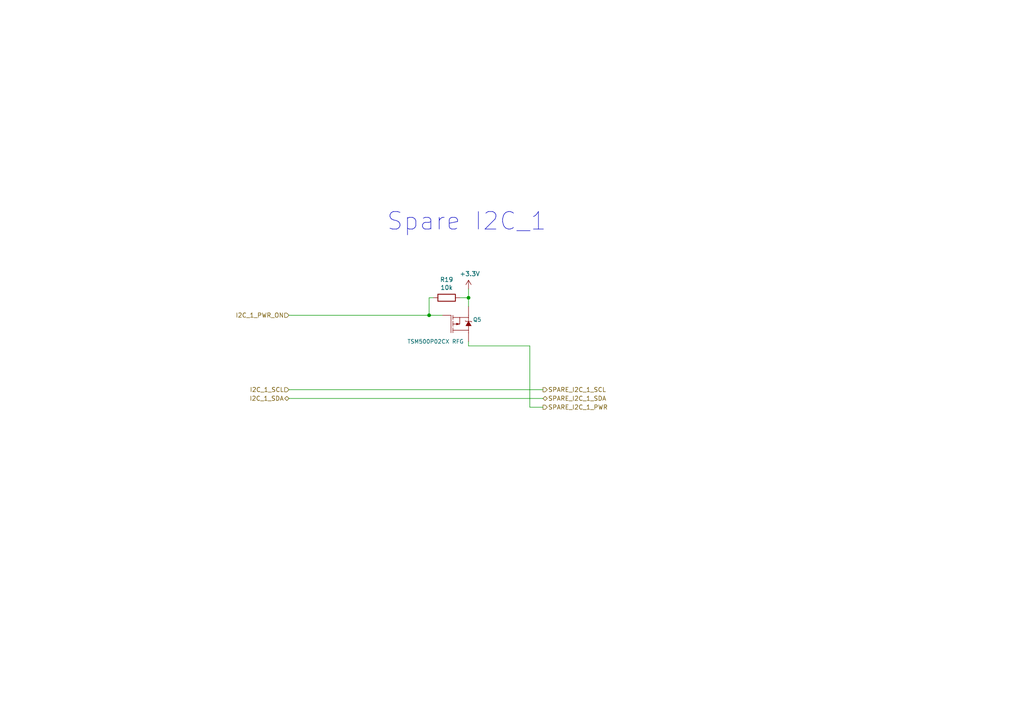
<source format=kicad_sch>
(kicad_sch (version 20211123) (generator eeschema)
  (paper "A4")
  (title_block (title "LCP Controller ") (date "2022-12-19") (rev "0.3") (company "NOAA Pacific Marine Environmental Laboratory") (comment 3 "Current design modified by: Basharat Basharat") (comment 4 "Current design by: Matt Casari") (comment 5 "Current design modified by: Basharat Martin"))
  (lib_symbols
    (symbol "Device:R" (pin_numbers hide) (pin_names (offset 0))
      (property "Reference" "R" (at 2.032 0 90))
      (property "Value" "R" (at 0 0 90))
      (symbol "R_0_1"
        (rectangle (start -1.016 -2.54) (end 1.016 2.54) (stroke (width 0.254)))
      )
      (symbol "R_1_1"
        (pin passive line (at 0 3.81 270) (length 1.27) (name "~") (number "1"))
        (pin passive line (at 0 -3.81 90) (length 1.27) (name "~") (number "2"))
      )
    )
    (symbol "SparkFun-DiscreteSemi:MOSFET_PCH-DMG2307L" (pin_numbers hide) (pin_names (offset 1.016) hide)
      (property "Reference" "Q" (at 3.81 3.81 0))
      (property "Value" "MOSFET_PCH-DMG2307L" (at 3.81 -5.08 0))
      (property "Field4" "TRANS-11308" (at 0 7.62 0))
      (symbol "MOSFET_PCH-DMG2307L_1_0"
        (polyline (pts (xy -2.54 -2.54) (xy -2.54 2.54)))
        (polyline (pts (xy -1.9812 -1.905) (xy -1.9812 -2.54)))
        (polyline (pts (xy -1.9812 -1.905) (xy 0 -1.905)))
        (polyline (pts (xy -1.9812 -1.2954) (xy -1.9812 -1.905)))
        (polyline (pts (xy -1.9812 0) (xy -1.9812 -0.8382)))
        (polyline (pts (xy -1.9812 0.6858) (xy -1.9812 0)))
        (polyline (pts (xy -1.9812 1.8034) (xy -1.9812 1.0922)))
        (polyline (pts (xy -1.9812 1.8034) (xy 2.54 1.8034)))
        (polyline (pts (xy -1.9812 2.54) (xy -1.9812 1.8034)))
        (polyline (pts (xy 0 -1.905) (xy 0 0)))
        (polyline (pts (xy 0 0) (xy -1.9812 0)))
        (polyline (pts (xy 1.778 -0.762) (xy 1.6002 -0.9398)))
        (polyline (pts (xy 1.778 -0.762) (xy 3.302 -0.762)))
        (polyline (pts (xy 2.54 -2.54) (xy 2.54 -1.905)))
        (polyline (pts (xy 2.54 -1.905) (xy 0 -1.905)))
        (polyline (pts (xy 2.54 -1.905) (xy 2.54 -0.7874)))
        (polyline (pts (xy 2.54 1.8034) (xy 2.54 0.5842)))
        (polyline (pts (xy 2.54 2.54) (xy 2.54 1.8034)))
        (polyline (pts (xy 3.4798 -0.5842) (xy 3.302 -0.762)))
      )
      (symbol "MOSFET_PCH-DMG2307L_1_1"
        (polyline (pts (xy -0.1778 0) (xy -0.9398 -0.254) (xy -0.9398 -0.254) (xy -0.9398 0.254) (xy -0.9398 0.254) (xy -0.1778 0)) (fill (type outline)))
        (polyline (pts (xy 3.302 0.508) (xy 2.54 -0.762) (xy 2.54 -0.762) (xy 1.778 0.508) (xy 1.778 0.508) (xy 3.302 0.508)) (fill (type outline)))
        (pin bidirectional line (at -5.08 -2.54 0) (length 2.54) (name "G") (number "1"))
        (pin bidirectional line (at 2.54 -5.08 90) (length 2.54) (name "S") (number "2"))
        (pin bidirectional line (at 2.54 5.08 270) (length 2.54) (name "D") (number "3"))
      )
    )
    (symbol "power:+3.3V" (power) (pin_names (offset 0))
      (property "Value" "+3.3V" (at 0 3.556 0))
      (symbol "+3.3V_0_1"
        (polyline (pts (xy -0.762 1.27) (xy 0 2.54)))
        (polyline (pts (xy 0 0) (xy 0 2.54)))
        (polyline (pts (xy 0 2.54) (xy 0.762 1.27)))
      )
      (symbol "+3.3V_1_1"
        (pin power_in line (at 0 0 90) (length 0) hide (name "+3.3V") (number "1"))
      )
    )
  )
  (junction (at 135.89 86.36))
  (junction (at 124.46 91.44))
  (wire (pts (xy 153.67 100.33) (xy 153.67 118.11)))
  (wire (pts (xy 135.89 86.36) (xy 135.89 88.9)))
  (wire (pts (xy 133.35 86.36) (xy 135.89 86.36)))
  (wire (pts (xy 135.89 100.33) (xy 153.67 100.33)))
  (wire (pts (xy 83.82 91.44) (xy 124.46 91.44)))
  (wire (pts (xy 157.48 118.11) (xy 153.67 118.11)))
  (wire (pts (xy 128.27 91.44) (xy 124.46 91.44)))
  (wire (pts (xy 83.82 113.03) (xy 157.48 113.03)))
  (wire (pts (xy 124.46 91.44) (xy 124.46 86.36)))
  (wire (pts (xy 83.82 115.57) (xy 157.48 115.57)))
  (wire (pts (xy 135.89 100.33) (xy 135.89 99.06)))
  (wire (pts (xy 135.89 83.82) (xy 135.89 86.36)))
  (wire (pts (xy 124.46 86.36) (xy 125.73 86.36)))
  (text "Spare I2C_1 " (at 162.56 67.31 180) (effects (font (size 5.08 5.08)) (justify right bottom)))
  (hierarchical_label "SPARE_I2C_1_PWR" (shape output) (at 157.48 118.11 0))
  (hierarchical_label "I2C_1_SDA" (shape bidirectional) (at 83.82 115.57 180))
  (hierarchical_label "SPARE_I2C_1_SDA" (shape bidirectional) (at 157.48 115.57 0))
  (hierarchical_label "SPARE_I2C_1_SCL" (shape output) (at 157.48 113.03 0))
  (hierarchical_label "I2C_1_SCL" (shape input) (at 83.82 113.03 180))
  (hierarchical_label "I2C_1_PWR_ON" (shape input) (at 83.82 91.44 180))
  (symbol (lib_id "SparkFun-DiscreteSemi:MOSFET_PCH-DMG2307L") (at 133.35 93.98 0) (mirror x) (unit 1)
    (property "Reference" "Q5" (at 137.16 92.71 0) (effects (font (size 1.143 1.143)) (justify left)))
    (property "Value" "TSM500P02CX RFG " (at 118.11 99.06 0) (effects (font (size 1.143 1.143)) (justify left)))
    (property "Footprint" "Package_TO_SOT_SMD:SOT-23" (effects hide))
    (property "Datasheet" "https://www.mouser.com/datasheet/2/395/TSM500P02CX_B1811-1918968.pdf" (effects hide))
    (property "MPN" "TSM500P02CX RFG " (effects hide))
    (property "Field4" "TRANS-11308" (effects hide))
  )
  (symbol (lib_id "power:+3.3V") (at 135.89 83.82 0) (unit 1)
    (property "Reference" "#PWR059" (effects hide))
    (property "Value" "+3.3V" (at 136.271 79.4258 0))
  )
  (symbol (lib_id "Device:R") (at 129.54 86.36 270) (unit 1)
    (property "Reference" "R19" (at 129.54 81.1022 90))
    (property "Value" "10k" (at 129.54 83.4136 90))
    (property "Footprint" "Resistor_SMD:R_0805_2012Metric" (effects hide))
    (property "MPN" "ERA-6AEB103V" (effects hide))
  )
)
</source>
